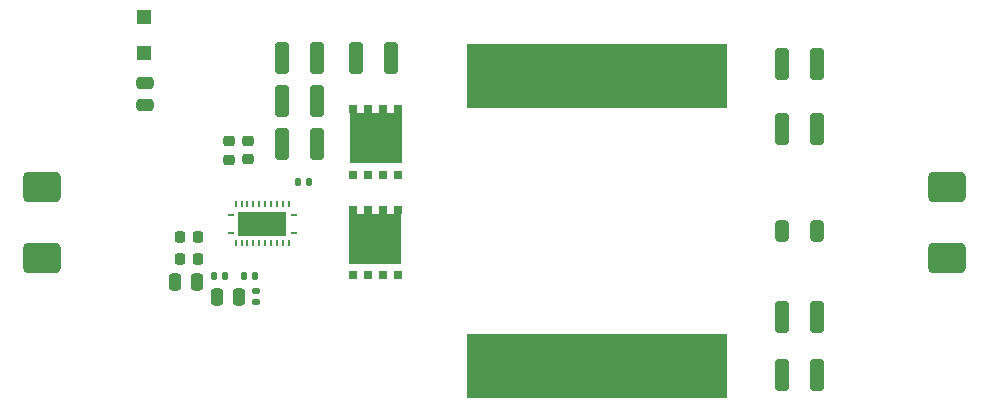
<source format=gbr>
%TF.GenerationSoftware,KiCad,Pcbnew,9.0.0*%
%TF.CreationDate,2025-03-31T18:12:05+05:30*%
%TF.ProjectId,Buck,4275636b-2e6b-4696-9361-645f70636258,rev?*%
%TF.SameCoordinates,Original*%
%TF.FileFunction,Paste,Top*%
%TF.FilePolarity,Positive*%
%FSLAX46Y46*%
G04 Gerber Fmt 4.6, Leading zero omitted, Abs format (unit mm)*
G04 Created by KiCad (PCBNEW 9.0.0) date 2025-03-31 18:12:05*
%MOMM*%
%LPD*%
G01*
G04 APERTURE LIST*
G04 Aperture macros list*
%AMRoundRect*
0 Rectangle with rounded corners*
0 $1 Rounding radius*
0 $2 $3 $4 $5 $6 $7 $8 $9 X,Y pos of 4 corners*
0 Add a 4 corners polygon primitive as box body*
4,1,4,$2,$3,$4,$5,$6,$7,$8,$9,$2,$3,0*
0 Add four circle primitives for the rounded corners*
1,1,$1+$1,$2,$3*
1,1,$1+$1,$4,$5*
1,1,$1+$1,$6,$7*
1,1,$1+$1,$8,$9*
0 Add four rect primitives between the rounded corners*
20,1,$1+$1,$2,$3,$4,$5,0*
20,1,$1+$1,$4,$5,$6,$7,0*
20,1,$1+$1,$6,$7,$8,$9,0*
20,1,$1+$1,$8,$9,$2,$3,0*%
G04 Aperture macros list end*
%ADD10RoundRect,0.140000X0.140000X0.170000X-0.140000X0.170000X-0.140000X-0.170000X0.140000X-0.170000X0*%
%ADD11R,0.600000X0.250000*%
%ADD12R,0.250000X0.600000*%
%ADD13R,4.100000X2.100000*%
%ADD14RoundRect,0.250000X0.250000X0.475000X-0.250000X0.475000X-0.250000X-0.475000X0.250000X-0.475000X0*%
%ADD15R,0.675000X0.750000*%
%ADD16R,0.675000X0.655000*%
%ADD17R,4.510000X4.295000*%
%ADD18RoundRect,0.225000X0.225000X0.250000X-0.225000X0.250000X-0.225000X-0.250000X0.225000X-0.250000X0*%
%ADD19RoundRect,0.140000X0.170000X-0.140000X0.170000X0.140000X-0.170000X0.140000X-0.170000X-0.140000X0*%
%ADD20RoundRect,0.381000X-1.206500X-0.889000X1.206500X-0.889000X1.206500X0.889000X-1.206500X0.889000X0*%
%ADD21RoundRect,0.250000X-0.325000X-1.100000X0.325000X-1.100000X0.325000X1.100000X-0.325000X1.100000X0*%
%ADD22R,22.000000X5.500000*%
%ADD23RoundRect,0.250000X0.325000X1.100000X-0.325000X1.100000X-0.325000X-1.100000X0.325000X-1.100000X0*%
%ADD24RoundRect,0.250000X0.475000X-0.250000X0.475000X0.250000X-0.475000X0.250000X-0.475000X-0.250000X0*%
%ADD25RoundRect,0.250000X-0.325000X-0.650000X0.325000X-0.650000X0.325000X0.650000X-0.325000X0.650000X0*%
%ADD26RoundRect,0.140000X-0.140000X-0.170000X0.140000X-0.170000X0.140000X0.170000X-0.140000X0.170000X0*%
%ADD27R,1.250000X1.300000*%
%ADD28RoundRect,0.225000X0.250000X-0.225000X0.250000X0.225000X-0.250000X0.225000X-0.250000X-0.225000X0*%
G04 APERTURE END LIST*
D10*
%TO.C,R2*%
X138330000Y-127440000D03*
X137370000Y-127440000D03*
%TD*%
D11*
%TO.C,IC1*%
X138820000Y-123780000D03*
D12*
X139220000Y-124680000D03*
X139720000Y-124680000D03*
X140220000Y-124680000D03*
X140720000Y-124680000D03*
X141220000Y-124680000D03*
X141720000Y-124680000D03*
X142220000Y-124680000D03*
X142720000Y-124680000D03*
X143220000Y-124680000D03*
X143720000Y-124680000D03*
D11*
X144120000Y-123780000D03*
X144120000Y-122280000D03*
D12*
X143720000Y-121380000D03*
X143220000Y-121380000D03*
X142720000Y-121380000D03*
X142220000Y-121380000D03*
X141720000Y-121380000D03*
X141220000Y-121380000D03*
X140720000Y-121380000D03*
X140220000Y-121380000D03*
X139720000Y-121380000D03*
X139220000Y-121380000D03*
D11*
X138820000Y-122280000D03*
D13*
X141470000Y-123030000D03*
%TD*%
D14*
%TO.C,C5*%
X139520000Y-129250000D03*
X137620000Y-129250000D03*
%TD*%
D15*
%TO.C,Q1*%
X151715000Y-118871940D03*
X150445000Y-118871940D03*
X149175000Y-118871940D03*
X152985000Y-118871940D03*
D16*
X152985000Y-113319440D03*
X151715000Y-113319440D03*
X150445000Y-113319440D03*
X149187000Y-113319440D03*
D17*
X151080000Y-115794440D03*
%TD*%
D18*
%TO.C,R4*%
X136025000Y-125980000D03*
X134475000Y-125980000D03*
%TD*%
D19*
%TO.C,C7*%
X140940000Y-129680000D03*
X140940000Y-128720000D03*
%TD*%
D20*
%TO.C,J1*%
X122850000Y-119930000D03*
X122850000Y-125930000D03*
%TD*%
D21*
%TO.C,C2*%
X143155000Y-116300000D03*
X146105000Y-116300000D03*
%TD*%
%TO.C,C3*%
X143155000Y-112600000D03*
X146105000Y-112600000D03*
%TD*%
D22*
%TO.C,L1*%
X169840000Y-135040000D03*
X169840000Y-110540000D03*
%TD*%
D23*
%TO.C,C13*%
X188435000Y-135810000D03*
X185485000Y-135810000D03*
%TD*%
D24*
%TO.C,R1*%
X131520000Y-112980000D03*
X131520000Y-111080000D03*
%TD*%
D25*
%TO.C,R7*%
X185515000Y-123600000D03*
X188465000Y-123600000D03*
%TD*%
D18*
%TO.C,R5*%
X136025000Y-124150000D03*
X134475000Y-124150000D03*
%TD*%
D14*
%TO.C,C6*%
X135980000Y-127980000D03*
X134080000Y-127980000D03*
%TD*%
D23*
%TO.C,C10*%
X188435000Y-109480000D03*
X185485000Y-109480000D03*
%TD*%
D10*
%TO.C,C9*%
X145430000Y-119500000D03*
X144470000Y-119500000D03*
%TD*%
D20*
%TO.C,J2*%
X199430000Y-119930000D03*
X199430000Y-125930000D03*
%TD*%
D15*
%TO.C,Q2*%
X151685000Y-127389720D03*
X150415000Y-127389720D03*
X149145000Y-127389720D03*
X152955000Y-127389720D03*
D16*
X152955000Y-121837220D03*
X151685000Y-121837220D03*
X150415000Y-121837220D03*
X149157000Y-121837220D03*
D17*
X151050000Y-124312220D03*
%TD*%
D23*
%TO.C,C4*%
X152355000Y-108990000D03*
X149405000Y-108990000D03*
%TD*%
D26*
%TO.C,R3*%
X139890000Y-127470000D03*
X140850000Y-127470000D03*
%TD*%
D23*
%TO.C,C12*%
X188435000Y-130880000D03*
X185485000Y-130880000D03*
%TD*%
D27*
%TO.C,LED1*%
X131440000Y-105520000D03*
X131440000Y-108520000D03*
%TD*%
D28*
%TO.C,R6*%
X140270000Y-117570000D03*
X140270000Y-116020000D03*
%TD*%
D23*
%TO.C,C11*%
X188435000Y-114990000D03*
X185485000Y-114990000D03*
%TD*%
D21*
%TO.C,C1*%
X143155000Y-108960000D03*
X146105000Y-108960000D03*
%TD*%
D28*
%TO.C,C8*%
X138690000Y-117585000D03*
X138690000Y-116035000D03*
%TD*%
M02*

</source>
